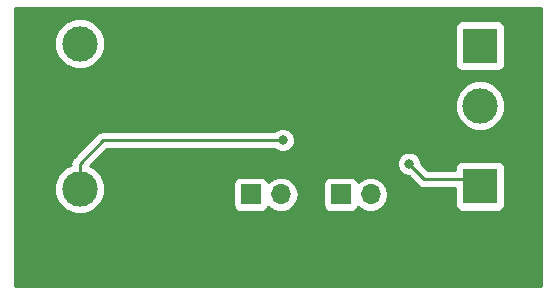
<source format=gbr>
G04 #@! TF.GenerationSoftware,KiCad,Pcbnew,(5.0.2)-1*
G04 #@! TF.CreationDate,2019-07-07T13:50:55+05:30*
G04 #@! TF.ProjectId,tps61500evm,74707336-3135-4303-9065-766d2e6b6963,rev?*
G04 #@! TF.SameCoordinates,Original*
G04 #@! TF.FileFunction,Copper,L2,Bot*
G04 #@! TF.FilePolarity,Positive*
%FSLAX46Y46*%
G04 Gerber Fmt 4.6, Leading zero omitted, Abs format (unit mm)*
G04 Created by KiCad (PCBNEW (5.0.2)-1) date 07/07/19 13:50:55*
%MOMM*%
%LPD*%
G01*
G04 APERTURE LIST*
G04 #@! TA.AperFunction,ComponentPad*
%ADD10O,1.700000X1.700000*%
G04 #@! TD*
G04 #@! TA.AperFunction,ComponentPad*
%ADD11R,1.700000X1.700000*%
G04 #@! TD*
G04 #@! TA.AperFunction,ComponentPad*
%ADD12C,3.000000*%
G04 #@! TD*
G04 #@! TA.AperFunction,ComponentPad*
%ADD13R,3.000000X3.000000*%
G04 #@! TD*
G04 #@! TA.AperFunction,ViaPad*
%ADD14C,0.800000*%
G04 #@! TD*
G04 #@! TA.AperFunction,ViaPad*
%ADD15C,1.670000*%
G04 #@! TD*
G04 #@! TA.AperFunction,Conductor*
%ADD16C,0.250000*%
G04 #@! TD*
G04 #@! TA.AperFunction,Conductor*
%ADD17C,0.254000*%
G04 #@! TD*
G04 APERTURE END LIST*
D10*
G04 #@! TO.P,J4,2*
G04 #@! TO.N,/DIMC*
X45240000Y-31500000D03*
D11*
G04 #@! TO.P,J4,1*
G04 #@! TO.N,Net-(C5-Pad1)*
X42700000Y-31500000D03*
G04 #@! TD*
G04 #@! TO.P,J3,1*
G04 #@! TO.N,/OVP*
X50300000Y-31500000D03*
D10*
G04 #@! TO.P,J3,2*
G04 #@! TO.N,/Vout*
X52840000Y-31500000D03*
G04 #@! TD*
D12*
G04 #@! TO.P,J5,2*
G04 #@! TO.N,/FB*
X62100000Y-23980000D03*
D13*
G04 #@! TO.P,J5,1*
G04 #@! TO.N,/Vout*
X62100000Y-18900000D03*
G04 #@! TD*
G04 #@! TO.P,J6,1*
G04 #@! TO.N,/FB*
X62100000Y-30800000D03*
D12*
G04 #@! TO.P,J6,2*
G04 #@! TO.N,GND*
X62100000Y-35880000D03*
G04 #@! TD*
G04 #@! TO.P,J1,2*
G04 #@! TO.N,/Vin*
X28200000Y-18720000D03*
D13*
G04 #@! TO.P,J1,1*
G04 #@! TO.N,GND*
X28200000Y-23800000D03*
G04 #@! TD*
G04 #@! TO.P,J2,1*
G04 #@! TO.N,GND*
X28200000Y-36100000D03*
D12*
G04 #@! TO.P,J2,2*
G04 #@! TO.N,/PWM*
X28200000Y-31020000D03*
G04 #@! TD*
D14*
G04 #@! TO.N,GND*
X56400000Y-24900000D03*
X54800000Y-23100000D03*
X56400000Y-23300000D03*
X50200000Y-22900000D03*
X52900000Y-22900000D03*
X51600000Y-22900000D03*
X50400000Y-27900000D03*
X51400000Y-27900000D03*
X50400000Y-24000000D03*
X51600000Y-24000000D03*
X52700000Y-24000000D03*
D15*
X51600000Y-26021400D03*
D14*
G04 #@! TO.N,/PWM*
X45400000Y-26900000D03*
G04 #@! TO.N,/FB*
X56100000Y-28900000D03*
G04 #@! TD*
D16*
G04 #@! TO.N,/PWM*
X31620000Y-26900000D02*
X45400000Y-26900000D01*
X30198680Y-26900000D02*
X31620000Y-26900000D01*
X28200000Y-28898680D02*
X30198680Y-26900000D01*
X28200000Y-31020000D02*
X28200000Y-28898680D01*
G04 #@! TO.N,/FB*
X57400000Y-30200000D02*
X56100000Y-28900000D01*
X62100000Y-30200000D02*
X57400000Y-30200000D01*
G04 #@! TD*
D17*
G04 #@! TO.N,GND*
G36*
X67290001Y-39290000D02*
X22710000Y-39290000D01*
X22710000Y-30595322D01*
X26065000Y-30595322D01*
X26065000Y-31444678D01*
X26390034Y-32229380D01*
X26990620Y-32829966D01*
X27775322Y-33155000D01*
X28624678Y-33155000D01*
X29409380Y-32829966D01*
X30009966Y-32229380D01*
X30335000Y-31444678D01*
X30335000Y-30650000D01*
X41202560Y-30650000D01*
X41202560Y-32350000D01*
X41251843Y-32597765D01*
X41392191Y-32807809D01*
X41602235Y-32948157D01*
X41850000Y-32997440D01*
X43550000Y-32997440D01*
X43797765Y-32948157D01*
X44007809Y-32807809D01*
X44148157Y-32597765D01*
X44157184Y-32552381D01*
X44169375Y-32570625D01*
X44660582Y-32898839D01*
X45093744Y-32985000D01*
X45386256Y-32985000D01*
X45819418Y-32898839D01*
X46310625Y-32570625D01*
X46638839Y-32079418D01*
X46754092Y-31500000D01*
X46638839Y-30920582D01*
X46458042Y-30650000D01*
X48802560Y-30650000D01*
X48802560Y-32350000D01*
X48851843Y-32597765D01*
X48992191Y-32807809D01*
X49202235Y-32948157D01*
X49450000Y-32997440D01*
X51150000Y-32997440D01*
X51397765Y-32948157D01*
X51607809Y-32807809D01*
X51748157Y-32597765D01*
X51757184Y-32552381D01*
X51769375Y-32570625D01*
X52260582Y-32898839D01*
X52693744Y-32985000D01*
X52986256Y-32985000D01*
X53419418Y-32898839D01*
X53910625Y-32570625D01*
X54238839Y-32079418D01*
X54354092Y-31500000D01*
X54238839Y-30920582D01*
X53910625Y-30429375D01*
X53419418Y-30101161D01*
X52986256Y-30015000D01*
X52693744Y-30015000D01*
X52260582Y-30101161D01*
X51769375Y-30429375D01*
X51757184Y-30447619D01*
X51748157Y-30402235D01*
X51607809Y-30192191D01*
X51397765Y-30051843D01*
X51150000Y-30002560D01*
X49450000Y-30002560D01*
X49202235Y-30051843D01*
X48992191Y-30192191D01*
X48851843Y-30402235D01*
X48802560Y-30650000D01*
X46458042Y-30650000D01*
X46310625Y-30429375D01*
X45819418Y-30101161D01*
X45386256Y-30015000D01*
X45093744Y-30015000D01*
X44660582Y-30101161D01*
X44169375Y-30429375D01*
X44157184Y-30447619D01*
X44148157Y-30402235D01*
X44007809Y-30192191D01*
X43797765Y-30051843D01*
X43550000Y-30002560D01*
X41850000Y-30002560D01*
X41602235Y-30051843D01*
X41392191Y-30192191D01*
X41251843Y-30402235D01*
X41202560Y-30650000D01*
X30335000Y-30650000D01*
X30335000Y-30595322D01*
X30009966Y-29810620D01*
X29409380Y-29210034D01*
X29094058Y-29079423D01*
X29479355Y-28694126D01*
X55065000Y-28694126D01*
X55065000Y-29105874D01*
X55222569Y-29486280D01*
X55513720Y-29777431D01*
X55894126Y-29935000D01*
X56060199Y-29935000D01*
X56809671Y-30684473D01*
X56852071Y-30747929D01*
X57103463Y-30915904D01*
X57325148Y-30960000D01*
X57325152Y-30960000D01*
X57400000Y-30974888D01*
X57474848Y-30960000D01*
X59952560Y-30960000D01*
X59952560Y-32300000D01*
X60001843Y-32547765D01*
X60142191Y-32757809D01*
X60352235Y-32898157D01*
X60600000Y-32947440D01*
X63600000Y-32947440D01*
X63847765Y-32898157D01*
X64057809Y-32757809D01*
X64198157Y-32547765D01*
X64247440Y-32300000D01*
X64247440Y-29300000D01*
X64198157Y-29052235D01*
X64057809Y-28842191D01*
X63847765Y-28701843D01*
X63600000Y-28652560D01*
X60600000Y-28652560D01*
X60352235Y-28701843D01*
X60142191Y-28842191D01*
X60001843Y-29052235D01*
X59952560Y-29300000D01*
X59952560Y-29440000D01*
X57714802Y-29440000D01*
X57135000Y-28860199D01*
X57135000Y-28694126D01*
X56977431Y-28313720D01*
X56686280Y-28022569D01*
X56305874Y-27865000D01*
X55894126Y-27865000D01*
X55513720Y-28022569D01*
X55222569Y-28313720D01*
X55065000Y-28694126D01*
X29479355Y-28694126D01*
X30513483Y-27660000D01*
X44696289Y-27660000D01*
X44813720Y-27777431D01*
X45194126Y-27935000D01*
X45605874Y-27935000D01*
X45986280Y-27777431D01*
X46277431Y-27486280D01*
X46435000Y-27105874D01*
X46435000Y-26694126D01*
X46277431Y-26313720D01*
X45986280Y-26022569D01*
X45605874Y-25865000D01*
X45194126Y-25865000D01*
X44813720Y-26022569D01*
X44696289Y-26140000D01*
X30273526Y-26140000D01*
X30198679Y-26125112D01*
X30123832Y-26140000D01*
X30123828Y-26140000D01*
X29902143Y-26184096D01*
X29902141Y-26184097D01*
X29902142Y-26184097D01*
X29714206Y-26309671D01*
X29714204Y-26309673D01*
X29650751Y-26352071D01*
X29608353Y-26415524D01*
X27715528Y-28308351D01*
X27652072Y-28350751D01*
X27609672Y-28414207D01*
X27609671Y-28414208D01*
X27484097Y-28602143D01*
X27425112Y-28898680D01*
X27440001Y-28973532D01*
X27440001Y-29023894D01*
X26990620Y-29210034D01*
X26390034Y-29810620D01*
X26065000Y-30595322D01*
X22710000Y-30595322D01*
X22710000Y-23555322D01*
X59965000Y-23555322D01*
X59965000Y-24404678D01*
X60290034Y-25189380D01*
X60890620Y-25789966D01*
X61675322Y-26115000D01*
X62524678Y-26115000D01*
X63309380Y-25789966D01*
X63909966Y-25189380D01*
X64235000Y-24404678D01*
X64235000Y-23555322D01*
X63909966Y-22770620D01*
X63309380Y-22170034D01*
X62524678Y-21845000D01*
X61675322Y-21845000D01*
X60890620Y-22170034D01*
X60290034Y-22770620D01*
X59965000Y-23555322D01*
X22710000Y-23555322D01*
X22710000Y-18295322D01*
X26065000Y-18295322D01*
X26065000Y-19144678D01*
X26390034Y-19929380D01*
X26990620Y-20529966D01*
X27775322Y-20855000D01*
X28624678Y-20855000D01*
X29409380Y-20529966D01*
X30009966Y-19929380D01*
X30335000Y-19144678D01*
X30335000Y-18295322D01*
X30009966Y-17510620D01*
X29899346Y-17400000D01*
X59952560Y-17400000D01*
X59952560Y-20400000D01*
X60001843Y-20647765D01*
X60142191Y-20857809D01*
X60352235Y-20998157D01*
X60600000Y-21047440D01*
X63600000Y-21047440D01*
X63847765Y-20998157D01*
X64057809Y-20857809D01*
X64198157Y-20647765D01*
X64247440Y-20400000D01*
X64247440Y-17400000D01*
X64198157Y-17152235D01*
X64057809Y-16942191D01*
X63847765Y-16801843D01*
X63600000Y-16752560D01*
X60600000Y-16752560D01*
X60352235Y-16801843D01*
X60142191Y-16942191D01*
X60001843Y-17152235D01*
X59952560Y-17400000D01*
X29899346Y-17400000D01*
X29409380Y-16910034D01*
X28624678Y-16585000D01*
X27775322Y-16585000D01*
X26990620Y-16910034D01*
X26390034Y-17510620D01*
X26065000Y-18295322D01*
X22710000Y-18295322D01*
X22710000Y-15710000D01*
X67290000Y-15710000D01*
X67290001Y-39290000D01*
X67290001Y-39290000D01*
G37*
X67290001Y-39290000D02*
X22710000Y-39290000D01*
X22710000Y-30595322D01*
X26065000Y-30595322D01*
X26065000Y-31444678D01*
X26390034Y-32229380D01*
X26990620Y-32829966D01*
X27775322Y-33155000D01*
X28624678Y-33155000D01*
X29409380Y-32829966D01*
X30009966Y-32229380D01*
X30335000Y-31444678D01*
X30335000Y-30650000D01*
X41202560Y-30650000D01*
X41202560Y-32350000D01*
X41251843Y-32597765D01*
X41392191Y-32807809D01*
X41602235Y-32948157D01*
X41850000Y-32997440D01*
X43550000Y-32997440D01*
X43797765Y-32948157D01*
X44007809Y-32807809D01*
X44148157Y-32597765D01*
X44157184Y-32552381D01*
X44169375Y-32570625D01*
X44660582Y-32898839D01*
X45093744Y-32985000D01*
X45386256Y-32985000D01*
X45819418Y-32898839D01*
X46310625Y-32570625D01*
X46638839Y-32079418D01*
X46754092Y-31500000D01*
X46638839Y-30920582D01*
X46458042Y-30650000D01*
X48802560Y-30650000D01*
X48802560Y-32350000D01*
X48851843Y-32597765D01*
X48992191Y-32807809D01*
X49202235Y-32948157D01*
X49450000Y-32997440D01*
X51150000Y-32997440D01*
X51397765Y-32948157D01*
X51607809Y-32807809D01*
X51748157Y-32597765D01*
X51757184Y-32552381D01*
X51769375Y-32570625D01*
X52260582Y-32898839D01*
X52693744Y-32985000D01*
X52986256Y-32985000D01*
X53419418Y-32898839D01*
X53910625Y-32570625D01*
X54238839Y-32079418D01*
X54354092Y-31500000D01*
X54238839Y-30920582D01*
X53910625Y-30429375D01*
X53419418Y-30101161D01*
X52986256Y-30015000D01*
X52693744Y-30015000D01*
X52260582Y-30101161D01*
X51769375Y-30429375D01*
X51757184Y-30447619D01*
X51748157Y-30402235D01*
X51607809Y-30192191D01*
X51397765Y-30051843D01*
X51150000Y-30002560D01*
X49450000Y-30002560D01*
X49202235Y-30051843D01*
X48992191Y-30192191D01*
X48851843Y-30402235D01*
X48802560Y-30650000D01*
X46458042Y-30650000D01*
X46310625Y-30429375D01*
X45819418Y-30101161D01*
X45386256Y-30015000D01*
X45093744Y-30015000D01*
X44660582Y-30101161D01*
X44169375Y-30429375D01*
X44157184Y-30447619D01*
X44148157Y-30402235D01*
X44007809Y-30192191D01*
X43797765Y-30051843D01*
X43550000Y-30002560D01*
X41850000Y-30002560D01*
X41602235Y-30051843D01*
X41392191Y-30192191D01*
X41251843Y-30402235D01*
X41202560Y-30650000D01*
X30335000Y-30650000D01*
X30335000Y-30595322D01*
X30009966Y-29810620D01*
X29409380Y-29210034D01*
X29094058Y-29079423D01*
X29479355Y-28694126D01*
X55065000Y-28694126D01*
X55065000Y-29105874D01*
X55222569Y-29486280D01*
X55513720Y-29777431D01*
X55894126Y-29935000D01*
X56060199Y-29935000D01*
X56809671Y-30684473D01*
X56852071Y-30747929D01*
X57103463Y-30915904D01*
X57325148Y-30960000D01*
X57325152Y-30960000D01*
X57400000Y-30974888D01*
X57474848Y-30960000D01*
X59952560Y-30960000D01*
X59952560Y-32300000D01*
X60001843Y-32547765D01*
X60142191Y-32757809D01*
X60352235Y-32898157D01*
X60600000Y-32947440D01*
X63600000Y-32947440D01*
X63847765Y-32898157D01*
X64057809Y-32757809D01*
X64198157Y-32547765D01*
X64247440Y-32300000D01*
X64247440Y-29300000D01*
X64198157Y-29052235D01*
X64057809Y-28842191D01*
X63847765Y-28701843D01*
X63600000Y-28652560D01*
X60600000Y-28652560D01*
X60352235Y-28701843D01*
X60142191Y-28842191D01*
X60001843Y-29052235D01*
X59952560Y-29300000D01*
X59952560Y-29440000D01*
X57714802Y-29440000D01*
X57135000Y-28860199D01*
X57135000Y-28694126D01*
X56977431Y-28313720D01*
X56686280Y-28022569D01*
X56305874Y-27865000D01*
X55894126Y-27865000D01*
X55513720Y-28022569D01*
X55222569Y-28313720D01*
X55065000Y-28694126D01*
X29479355Y-28694126D01*
X30513483Y-27660000D01*
X44696289Y-27660000D01*
X44813720Y-27777431D01*
X45194126Y-27935000D01*
X45605874Y-27935000D01*
X45986280Y-27777431D01*
X46277431Y-27486280D01*
X46435000Y-27105874D01*
X46435000Y-26694126D01*
X46277431Y-26313720D01*
X45986280Y-26022569D01*
X45605874Y-25865000D01*
X45194126Y-25865000D01*
X44813720Y-26022569D01*
X44696289Y-26140000D01*
X30273526Y-26140000D01*
X30198679Y-26125112D01*
X30123832Y-26140000D01*
X30123828Y-26140000D01*
X29902143Y-26184096D01*
X29902141Y-26184097D01*
X29902142Y-26184097D01*
X29714206Y-26309671D01*
X29714204Y-26309673D01*
X29650751Y-26352071D01*
X29608353Y-26415524D01*
X27715528Y-28308351D01*
X27652072Y-28350751D01*
X27609672Y-28414207D01*
X27609671Y-28414208D01*
X27484097Y-28602143D01*
X27425112Y-28898680D01*
X27440001Y-28973532D01*
X27440001Y-29023894D01*
X26990620Y-29210034D01*
X26390034Y-29810620D01*
X26065000Y-30595322D01*
X22710000Y-30595322D01*
X22710000Y-23555322D01*
X59965000Y-23555322D01*
X59965000Y-24404678D01*
X60290034Y-25189380D01*
X60890620Y-25789966D01*
X61675322Y-26115000D01*
X62524678Y-26115000D01*
X63309380Y-25789966D01*
X63909966Y-25189380D01*
X64235000Y-24404678D01*
X64235000Y-23555322D01*
X63909966Y-22770620D01*
X63309380Y-22170034D01*
X62524678Y-21845000D01*
X61675322Y-21845000D01*
X60890620Y-22170034D01*
X60290034Y-22770620D01*
X59965000Y-23555322D01*
X22710000Y-23555322D01*
X22710000Y-18295322D01*
X26065000Y-18295322D01*
X26065000Y-19144678D01*
X26390034Y-19929380D01*
X26990620Y-20529966D01*
X27775322Y-20855000D01*
X28624678Y-20855000D01*
X29409380Y-20529966D01*
X30009966Y-19929380D01*
X30335000Y-19144678D01*
X30335000Y-18295322D01*
X30009966Y-17510620D01*
X29899346Y-17400000D01*
X59952560Y-17400000D01*
X59952560Y-20400000D01*
X60001843Y-20647765D01*
X60142191Y-20857809D01*
X60352235Y-20998157D01*
X60600000Y-21047440D01*
X63600000Y-21047440D01*
X63847765Y-20998157D01*
X64057809Y-20857809D01*
X64198157Y-20647765D01*
X64247440Y-20400000D01*
X64247440Y-17400000D01*
X64198157Y-17152235D01*
X64057809Y-16942191D01*
X63847765Y-16801843D01*
X63600000Y-16752560D01*
X60600000Y-16752560D01*
X60352235Y-16801843D01*
X60142191Y-16942191D01*
X60001843Y-17152235D01*
X59952560Y-17400000D01*
X29899346Y-17400000D01*
X29409380Y-16910034D01*
X28624678Y-16585000D01*
X27775322Y-16585000D01*
X26990620Y-16910034D01*
X26390034Y-17510620D01*
X26065000Y-18295322D01*
X22710000Y-18295322D01*
X22710000Y-15710000D01*
X67290000Y-15710000D01*
X67290001Y-39290000D01*
G04 #@! TD*
M02*

</source>
